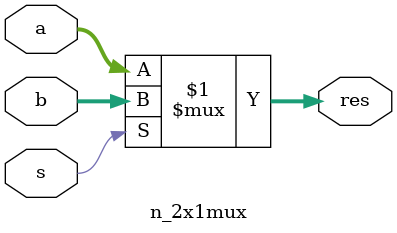
<source format=sv>
`timescale 1ns / 1ps


module n_2x1mux #(parameter n=4)(
    input logic [n-1:0]a,
    input logic [n-1:0]b,
    input logic s,
    output logic [n-1:0]res
    );
    
    assign res = s ? b : a;
        
endmodule

</source>
